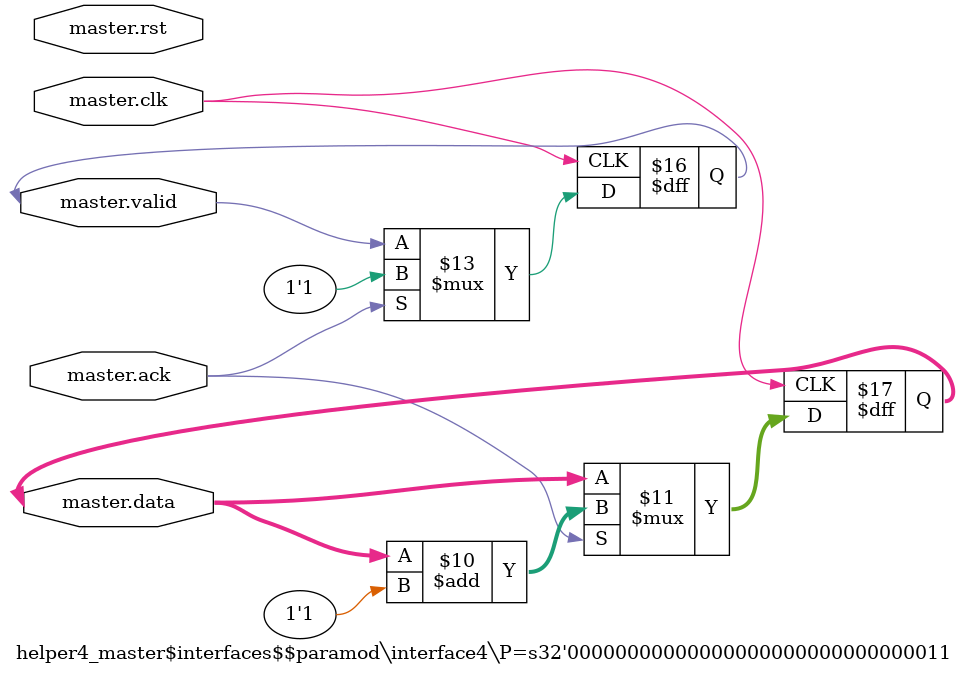
<source format=sv>
interface interface4
#(
    parameter int P
)
(
    input logic     clk,
    input logic     rst
);

    logic            valid;
    logic [P-1:0]    data;
    logic            ack;

endinterface

module helper4_master
(
    interface4  master
);

    localparam mP = master.P;

    always_ff @(posedge master.clk) begin
        if (master.ack) begin
            master.valid <= '1;
            master.data <= master.data + 1'd1;
        end
    end

endmodule

module helper4_slave
(
    interface4  slave
);

    localparam sP = slave.P;

    always_ff @(posedge slave.clk) begin
        slave.ack <= ~slave.ack;
    end

endmodule

module module4;

    localparam LP = 3;

    logic clk, rst;

    interface4 #(LP) i (.*);

    helper4_master
    helper_master (
        .master (i)
    );

    helper4_slave
    helper_slave (i);

endmodule

</source>
